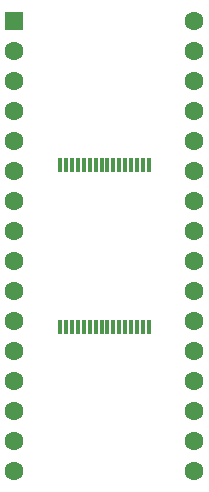
<source format=gts>
%TF.GenerationSoftware,KiCad,Pcbnew,9.0.2*%
%TF.CreationDate,2025-06-27T13:20:57+02:00*%
%TF.ProjectId,TSSOP32-14mm Adapter,5453534f-5033-4322-9d31-346d6d204164,V1*%
%TF.SameCoordinates,Original*%
%TF.FileFunction,Soldermask,Top*%
%TF.FilePolarity,Negative*%
%FSLAX46Y46*%
G04 Gerber Fmt 4.6, Leading zero omitted, Abs format (unit mm)*
G04 Created by KiCad (PCBNEW 9.0.2) date 2025-06-27 13:20:57*
%MOMM*%
%LPD*%
G01*
G04 APERTURE LIST*
G04 Aperture macros list*
%AMRoundRect*
0 Rectangle with rounded corners*
0 $1 Rounding radius*
0 $2 $3 $4 $5 $6 $7 $8 $9 X,Y pos of 4 corners*
0 Add a 4 corners polygon primitive as box body*
4,1,4,$2,$3,$4,$5,$6,$7,$8,$9,$2,$3,0*
0 Add four circle primitives for the rounded corners*
1,1,$1+$1,$2,$3*
1,1,$1+$1,$4,$5*
1,1,$1+$1,$6,$7*
1,1,$1+$1,$8,$9*
0 Add four rect primitives between the rounded corners*
20,1,$1+$1,$2,$3,$4,$5,0*
20,1,$1+$1,$4,$5,$6,$7,0*
20,1,$1+$1,$6,$7,$8,$9,0*
20,1,$1+$1,$8,$9,$2,$3,0*%
G04 Aperture macros list end*
%ADD10RoundRect,0.250000X-0.550000X-0.550000X0.550000X-0.550000X0.550000X0.550000X-0.550000X0.550000X0*%
%ADD11C,1.600000*%
%ADD12R,0.300000X1.300000*%
G04 APERTURE END LIST*
D10*
%TO.C,J1*%
X0Y0D03*
D11*
X0Y-2540000D03*
X0Y-5080000D03*
X0Y-7620000D03*
X0Y-10160000D03*
X0Y-12700000D03*
X0Y-15240000D03*
X0Y-17780000D03*
X0Y-20320000D03*
X0Y-22860000D03*
X0Y-25400000D03*
X0Y-27940000D03*
X0Y-30480000D03*
X0Y-33020000D03*
X0Y-35560000D03*
X0Y-38100000D03*
X15240000Y-38100000D03*
X15240000Y-35560000D03*
X15240000Y-33020000D03*
X15240000Y-30480000D03*
X15240000Y-27940000D03*
X15240000Y-25400000D03*
X15240000Y-22860000D03*
X15240000Y-20320000D03*
X15240000Y-17780000D03*
X15240000Y-15240000D03*
X15240000Y-12700000D03*
X15240000Y-10160000D03*
X15240000Y-7620000D03*
X15240000Y-5080000D03*
X15240000Y-2540000D03*
X15240000Y0D03*
%TD*%
D12*
%TO.C,IC1*%
X3875000Y-25900000D03*
X4375000Y-25899999D03*
X4875000Y-25900000D03*
X5375000Y-25900000D03*
X5875001Y-25900000D03*
X6375000Y-25900000D03*
X6874999Y-25900000D03*
X7375000Y-25900000D03*
X7875000Y-25900000D03*
X8375001Y-25900000D03*
X8875000Y-25900000D03*
X9374999Y-25900000D03*
X9875000Y-25900000D03*
X10375000Y-25900000D03*
X10875000Y-25899999D03*
X11375000Y-25900000D03*
X11375000Y-12200000D03*
X10875000Y-12200001D03*
X10375000Y-12200000D03*
X9875000Y-12200000D03*
X9374999Y-12200000D03*
X8875000Y-12200000D03*
X8375001Y-12200000D03*
X7875000Y-12200000D03*
X7375000Y-12200000D03*
X6874999Y-12200000D03*
X6375000Y-12200000D03*
X5875001Y-12200000D03*
X5375000Y-12200000D03*
X4875000Y-12200000D03*
X4375000Y-12200001D03*
X3875000Y-12200000D03*
%TD*%
M02*

</source>
